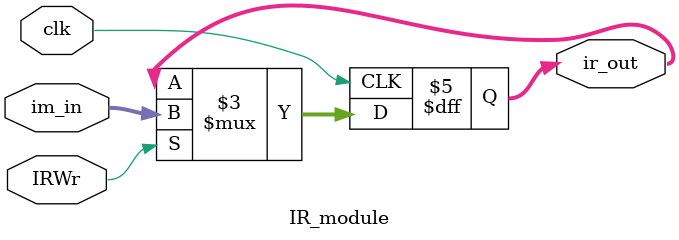
<source format=v>
module IR_module(clk, im_in, IRWr, ir_out);
    input clk, IRWr;
    input [31:0]im_in;
    output [31:0]ir_out;
    reg [31:0]ir_out;
    
    always @ (posedge clk)
    if(IRWr)
      ir_out <= im_in;
    else ir_out <= ir_out;
endmodule
  
</source>
